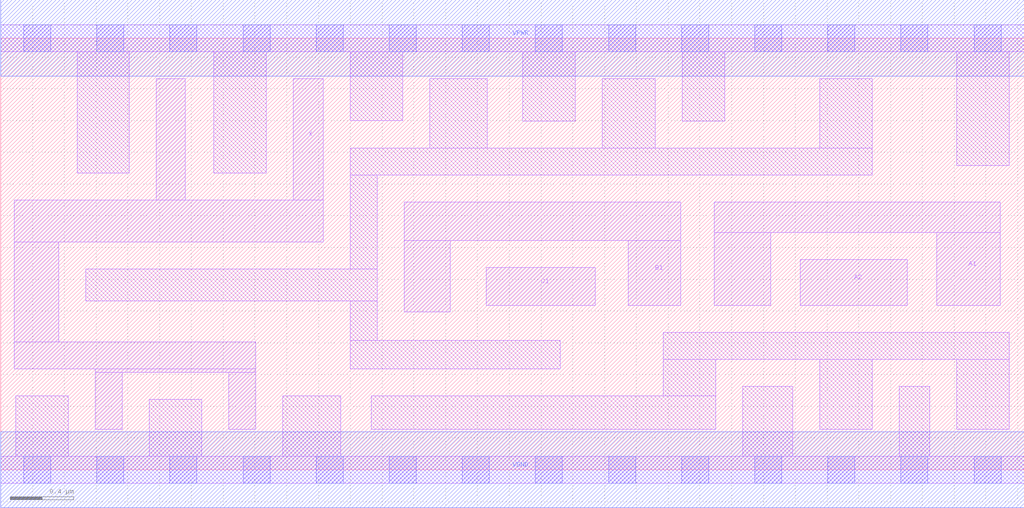
<source format=lef>
# Copyright 2020 The SkyWater PDK Authors
#
# Licensed under the Apache License, Version 2.0 (the "License");
# you may not use this file except in compliance with the License.
# You may obtain a copy of the License at
#
#     https://www.apache.org/licenses/LICENSE-2.0
#
# Unless required by applicable law or agreed to in writing, software
# distributed under the License is distributed on an "AS IS" BASIS,
# WITHOUT WARRANTIES OR CONDITIONS OF ANY KIND, either express or implied.
# See the License for the specific language governing permissions and
# limitations under the License.
#
# SPDX-License-Identifier: Apache-2.0

VERSION 5.7 ;
  NAMESCASESENSITIVE ON ;
  NOWIREEXTENSIONATPIN ON ;
  DIVIDERCHAR "/" ;
  BUSBITCHARS "[]" ;
UNITS
  DATABASE MICRONS 200 ;
END UNITS
MACRO sky130_fd_sc_hd__o211a_4
  CLASS CORE ;
  SOURCE USER ;
  FOREIGN sky130_fd_sc_hd__o211a_4 ;
  ORIGIN  0.000000  0.000000 ;
  SIZE  6.440000 BY  2.720000 ;
  SYMMETRY X Y R90 ;
  SITE unithd ;
  PIN A1
    ANTENNAGATEAREA  0.495000 ;
    DIRECTION INPUT ;
    USE SIGNAL ;
    PORT
      LAYER li1 ;
        RECT 4.490000 1.035000 4.845000 1.495000 ;
        RECT 4.490000 1.495000 6.290000 1.685000 ;
        RECT 5.890000 1.035000 6.290000 1.495000 ;
    END
  END A1
  PIN A2
    ANTENNAGATEAREA  0.495000 ;
    DIRECTION INPUT ;
    USE SIGNAL ;
    PORT
      LAYER li1 ;
        RECT 5.030000 1.035000 5.705000 1.325000 ;
    END
  END A2
  PIN B1
    ANTENNAGATEAREA  0.495000 ;
    DIRECTION INPUT ;
    USE SIGNAL ;
    PORT
      LAYER li1 ;
        RECT 2.540000 0.995000 2.830000 1.445000 ;
        RECT 2.540000 1.445000 4.280000 1.685000 ;
        RECT 3.950000 1.035000 4.280000 1.445000 ;
    END
  END B1
  PIN C1
    ANTENNAGATEAREA  0.495000 ;
    DIRECTION INPUT ;
    USE SIGNAL ;
    PORT
      LAYER li1 ;
        RECT 3.055000 1.035000 3.740000 1.275000 ;
    END
  END C1
  PIN X
    ANTENNADIFFAREA  0.911000 ;
    DIRECTION OUTPUT ;
    USE SIGNAL ;
    PORT
      LAYER li1 ;
        RECT 0.085000 0.635000 1.605000 0.805000 ;
        RECT 0.085000 0.805000 0.365000 1.435000 ;
        RECT 0.085000 1.435000 2.030000 1.700000 ;
        RECT 0.595000 0.255000 0.765000 0.615000 ;
        RECT 0.595000 0.615000 1.605000 0.635000 ;
        RECT 0.980000 1.700000 1.160000 2.465000 ;
        RECT 1.435000 0.255000 1.605000 0.615000 ;
        RECT 1.840000 1.700000 2.030000 2.465000 ;
    END
  END X
  PIN VGND
    DIRECTION INOUT ;
    SHAPE ABUTMENT ;
    USE GROUND ;
    PORT
      LAYER met1 ;
        RECT 0.000000 -0.240000 6.440000 0.240000 ;
    END
  END VGND
  PIN VPWR
    DIRECTION INOUT ;
    SHAPE ABUTMENT ;
    USE POWER ;
    PORT
      LAYER met1 ;
        RECT 0.000000 2.480000 6.440000 2.960000 ;
    END
  END VPWR
  OBS
    LAYER li1 ;
      RECT 0.000000 -0.085000 6.440000 0.085000 ;
      RECT 0.000000  2.635000 6.440000 2.805000 ;
      RECT 0.095000  0.085000 0.425000 0.465000 ;
      RECT 0.480000  1.870000 0.810000 2.635000 ;
      RECT 0.535000  1.065000 2.370000 1.265000 ;
      RECT 0.935000  0.085000 1.265000 0.445000 ;
      RECT 1.340000  1.870000 1.670000 2.635000 ;
      RECT 1.775000  0.085000 2.140000 0.465000 ;
      RECT 2.200000  0.635000 3.520000 0.815000 ;
      RECT 2.200000  0.815000 2.370000 1.065000 ;
      RECT 2.200000  1.265000 2.370000 1.855000 ;
      RECT 2.200000  1.855000 5.485000 2.025000 ;
      RECT 2.200000  2.200000 2.530000 2.635000 ;
      RECT 2.330000  0.255000 4.500000 0.465000 ;
      RECT 2.700000  2.025000 3.060000 2.465000 ;
      RECT 3.285000  2.195000 3.615000 2.635000 ;
      RECT 3.785000  2.025000 4.120000 2.465000 ;
      RECT 4.170000  0.465000 4.500000 0.695000 ;
      RECT 4.170000  0.695000 6.345000 0.865000 ;
      RECT 4.290000  2.195000 4.555000 2.635000 ;
      RECT 4.670000  0.085000 4.985000 0.525000 ;
      RECT 5.155000  0.255000 5.485000 0.695000 ;
      RECT 5.155000  2.025000 5.485000 2.465000 ;
      RECT 5.655000  0.085000 5.845000 0.525000 ;
      RECT 6.015000  0.255000 6.345000 0.695000 ;
      RECT 6.015000  1.915000 6.345000 2.635000 ;
    LAYER mcon ;
      RECT 0.145000 -0.085000 0.315000 0.085000 ;
      RECT 0.145000  2.635000 0.315000 2.805000 ;
      RECT 0.605000 -0.085000 0.775000 0.085000 ;
      RECT 0.605000  2.635000 0.775000 2.805000 ;
      RECT 1.065000 -0.085000 1.235000 0.085000 ;
      RECT 1.065000  2.635000 1.235000 2.805000 ;
      RECT 1.525000 -0.085000 1.695000 0.085000 ;
      RECT 1.525000  2.635000 1.695000 2.805000 ;
      RECT 1.985000 -0.085000 2.155000 0.085000 ;
      RECT 1.985000  2.635000 2.155000 2.805000 ;
      RECT 2.445000 -0.085000 2.615000 0.085000 ;
      RECT 2.445000  2.635000 2.615000 2.805000 ;
      RECT 2.905000 -0.085000 3.075000 0.085000 ;
      RECT 2.905000  2.635000 3.075000 2.805000 ;
      RECT 3.365000 -0.085000 3.535000 0.085000 ;
      RECT 3.365000  2.635000 3.535000 2.805000 ;
      RECT 3.825000 -0.085000 3.995000 0.085000 ;
      RECT 3.825000  2.635000 3.995000 2.805000 ;
      RECT 4.285000 -0.085000 4.455000 0.085000 ;
      RECT 4.285000  2.635000 4.455000 2.805000 ;
      RECT 4.745000 -0.085000 4.915000 0.085000 ;
      RECT 4.745000  2.635000 4.915000 2.805000 ;
      RECT 5.205000 -0.085000 5.375000 0.085000 ;
      RECT 5.205000  2.635000 5.375000 2.805000 ;
      RECT 5.665000 -0.085000 5.835000 0.085000 ;
      RECT 5.665000  2.635000 5.835000 2.805000 ;
      RECT 6.125000 -0.085000 6.295000 0.085000 ;
      RECT 6.125000  2.635000 6.295000 2.805000 ;
  END
END sky130_fd_sc_hd__o211a_4
END LIBRARY

</source>
